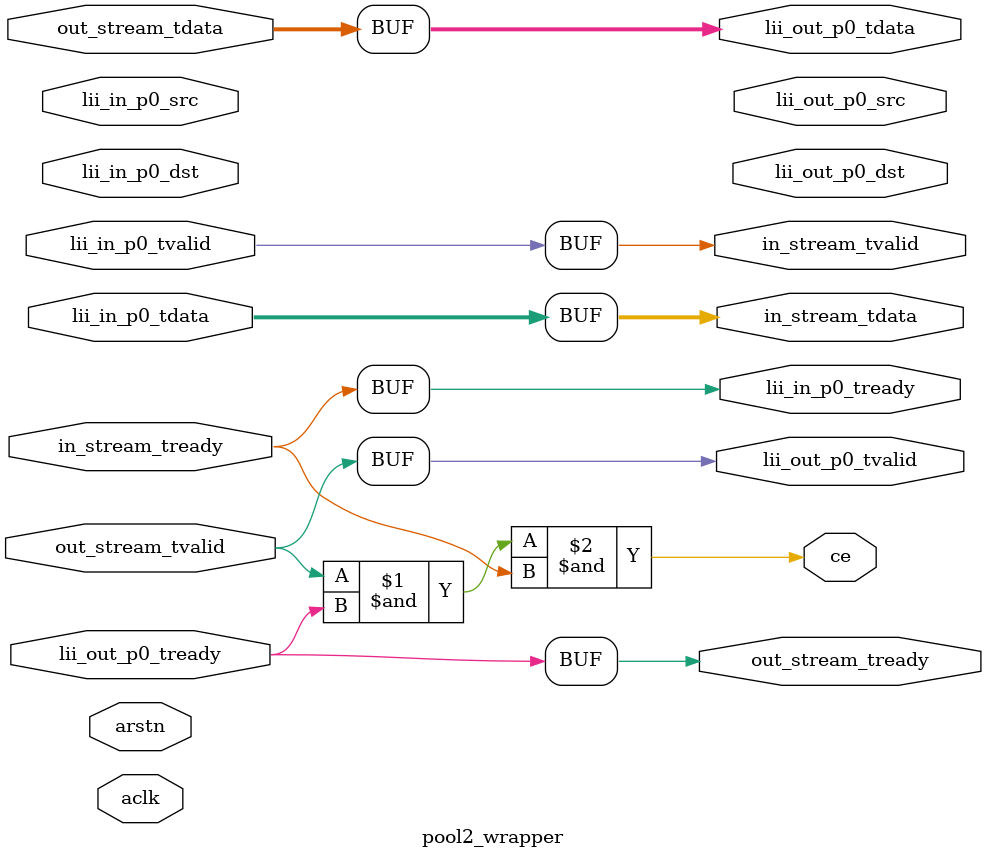
<source format=v>
`timescale 1ns/1ps

module pool2_wrapper
#(
    parameter NIN  = 1,   // logic input streams
    parameter NOUT = 1,  // logic output streams
    parameter P    = 1,              // phy in channels
    parameter Q    = 1,             // phy out channels
    parameter PW   = 1024              // packing width
)
(
    // ------ clock and reset ------
    input  wire                     aclk,
    input  wire                     arstn,
    // ------ LII phy input ------
    input  wire [PW-1:0]            lii_in_p0_tdata,
    input  wire                     lii_in_p0_tvalid,
    output wire                     lii_in_p0_tready,
    input  wire [7:0]               lii_in_p0_src,
    input  wire [7:0]               lii_in_p0_dst,
    // ------ LII phy output ------
    output wire [PW-1:0]            lii_out_p0_tdata,
    output wire                     lii_out_p0_tvalid,
    input  wire                     lii_out_p0_tready,
    output wire [7:0]               lii_out_p0_src,
    output wire [7:0]               lii_out_p0_dst,
    // ------ connection to HLS kernel ------
    output wire [1023:0]   in_stream_tdata,
    output wire                     in_stream_tvalid,
    input  wire                     in_stream_tready,
    input  wire [1023:0]   out_stream_tdata,
    input  wire                     out_stream_tvalid,
    output wire                     out_stream_tready,
    // ------ clock enable for HLS kernel ------
    output wire                     ce
);

    // ========= input: unpack =========
    assign lii_in_p0_tready =
        in_stream_tready;
    assign in_stream_tdata  = lii_in_p0_tdata[1023:0];
    assign in_stream_tvalid = lii_in_p0_tvalid;

    // ========= output: pack =========
    assign lii_out_p0_tvalid = 
        out_stream_tvalid;
    assign lii_out_p0_tdata = {
        out_stream_tdata
    };
    assign { out_stream_tready } =
           { lii_out_p0_tready };

    // ========= kernel clock gating =========
    assign ce = (out_stream_tvalid) &
                (lii_out_p0_tready) &
                (lii_in_p0_tready);
endmodule
</source>
